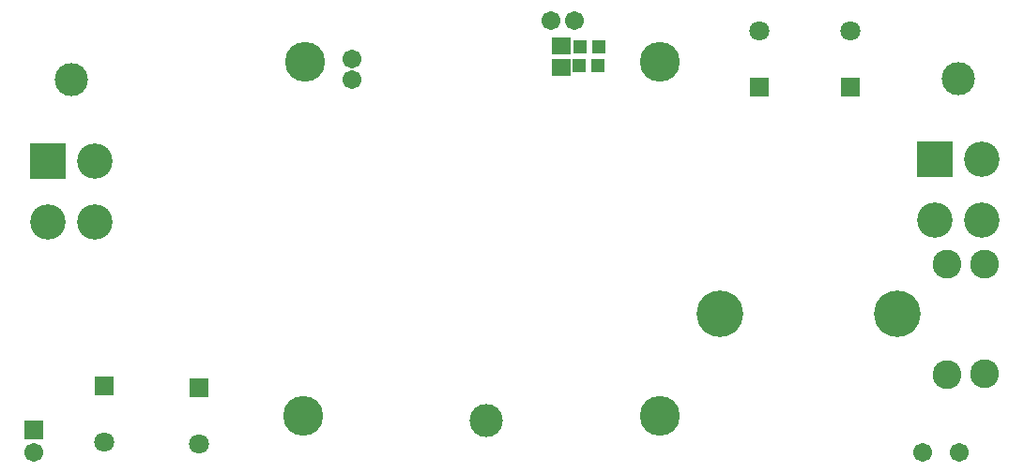
<source format=gbs>
G04 DipTrace 2.4.0.2*
%INBoost_converter.GBS*%
%MOMM*%
%ADD41C,3.0*%
%ADD42C,3.6*%
%ADD49C,2.604*%
%ADD51C,1.704*%
%ADD59R,1.704X1.504*%
%ADD67C,4.204*%
%ADD71C,1.704*%
%ADD73R,1.704X1.704*%
%ADD75C,3.204*%
%ADD77R,3.204X3.204*%
%ADD83R,1.304X1.204*%
%ADD85R,1.804X1.804*%
%ADD87C,1.804*%
%FSLAX53Y53*%
G04*
G71*
G90*
G75*
G01*
%LNBotMask*%
%LPD*%
D87*
X77415Y50240D3*
D85*
Y45160D3*
D87*
X85671Y50240D3*
D85*
Y45160D3*
D83*
X62969Y48812D3*
X61269D3*
X62913Y47122D3*
X61213D3*
D87*
X26933Y12934D3*
D85*
Y18014D3*
D87*
X18361Y13093D3*
D85*
Y18173D3*
D77*
X13281Y38493D3*
D75*
X17481D3*
Y32993D3*
X13281D3*
D41*
X15381Y45793D3*
D77*
X93291Y38652D3*
D75*
X97490D3*
Y33152D3*
X93291D3*
D41*
X95391Y45952D3*
D73*
X12010Y14141D3*
D71*
Y12141D3*
D67*
X73925Y24681D3*
X89925D3*
D59*
X59579Y46968D3*
Y48868D3*
D51*
X40744Y47700D3*
Y45796D3*
X92179Y12141D3*
X95513D3*
X58683Y51193D3*
X60747D3*
D42*
X68458Y47474D3*
X36458D3*
X68458Y15474D3*
X36348D3*
D41*
X52809Y14998D3*
D49*
X94406Y19124D3*
Y29144D3*
X97806D3*
Y19224D3*
M02*

</source>
